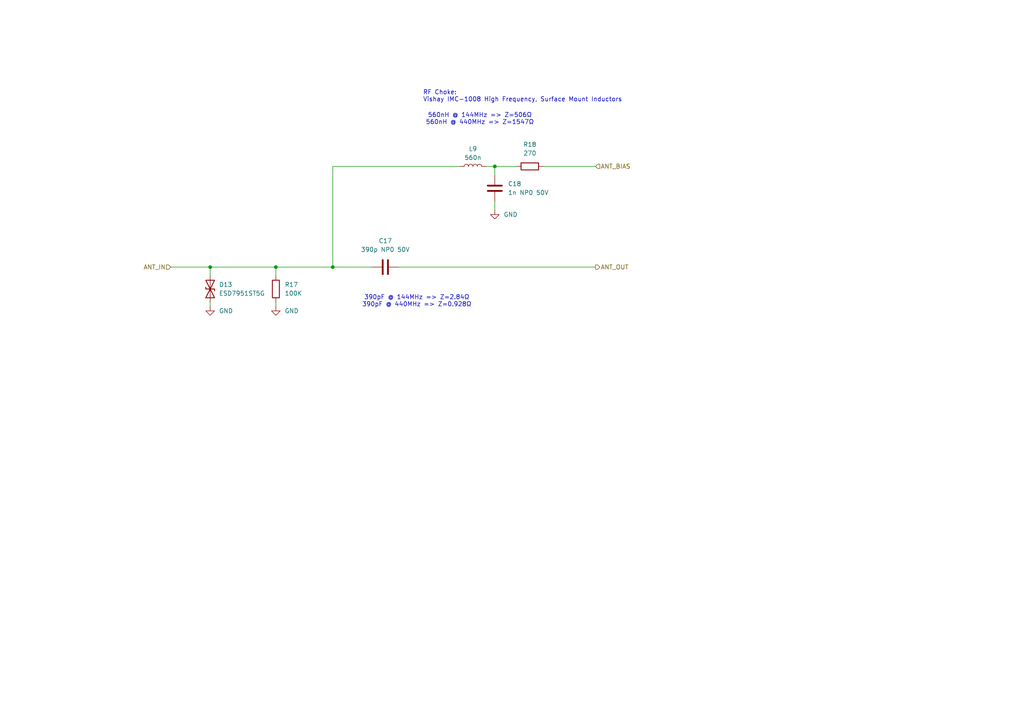
<source format=kicad_sch>
(kicad_sch (version 20250114) (generator "eeschema") (generator_version "9.0")
  (paper "A4")
  (lib_symbols
    (symbol "Device:C" (pin_numbers (hide yes)) (pin_names (offset 0.254))
      (property "Reference" "C" (at 0.635 2.54 0))
      (property "Value" "C" (at 0.635 -2.54 0))
      (symbol "C_0_1"
        (polyline (pts (xy -2.032 0.762) (xy 2.032 0.762)) (stroke (width 0.508)))
        (polyline (pts (xy -2.032 -0.762) (xy 2.032 -0.762)) (stroke (width 0.508)))
      )
      (symbol "C_1_1"
        (pin passive line (at 0 3.81 270) (length 2.794) (name "~") (number "1"))
        (pin passive line (at 0 -3.81 90) (length 2.794) (name "~") (number "2"))
      )
    )
    (symbol "Device:D_TVS" (pin_numbers (hide yes)) (pin_names (offset 1.016) (hide yes))
      (property "Reference" "D" (at 0 2.54 0))
      (property "Value" "D_TVS" (at 0 -2.54 0))
      (symbol "D_TVS_0_1"
        (polyline (pts (xy -2.54 1.27) (xy -2.54 -1.27) (xy 2.54 1.27) (xy 2.54 -1.27) (xy -2.54 1.27)) (stroke (width 0.254)))
        (polyline (pts (xy 0.508 1.27) (xy 0 1.27) (xy 0 -1.27) (xy -0.508 -1.27)) (stroke (width 0.254)))
        (polyline (pts (xy 1.27 0) (xy -1.27 0)))
      )
      (symbol "D_TVS_1_1"
        (pin passive line (at -3.81 0 0) (length 2.54) (name "A1") (number "1"))
        (pin passive line (at 3.81 0 180) (length 2.54) (name "A2") (number "2"))
      )
    )
    (symbol "Device:L" (pin_numbers (hide yes)) (pin_names (offset 1.016) (hide yes))
      (property "Reference" "L" (at -1.27 0 90))
      (property "Value" "L" (at 1.905 0 90))
      (symbol "L_0_1"
        (arc (start 0 2.54) (mid 0.6323 1.905) (end 0 1.27))
        (arc (start 0 1.27) (mid 0.6323 0.635) (end 0 0))
        (arc (start 0 0) (mid 0.6323 -0.635) (end 0 -1.27))
        (arc (start 0 -1.27) (mid 0.6323 -1.905) (end 0 -2.54))
      )
      (symbol "L_1_1"
        (pin passive line (at 0 3.81 270) (length 1.27) (name "1") (number "1"))
        (pin passive line (at 0 -3.81 90) (length 1.27) (name "2") (number "2"))
      )
    )
    (symbol "Device:R" (pin_numbers (hide yes)) (pin_names (offset 0))
      (property "Reference" "R" (at 2.032 0 90))
      (property "Value" "R" (at 0 0 90))
      (symbol "R_0_1"
        (rectangle (start -1.016 -2.54) (end 1.016 2.54) (stroke (width 0.254)))
      )
      (symbol "R_1_1"
        (pin passive line (at 0 3.81 270) (length 1.27) (name "~") (number "1"))
        (pin passive line (at 0 -3.81 90) (length 1.27) (name "~") (number "2"))
      )
    )
    (symbol "power:GND" (power) (pin_numbers (hide yes)) (pin_names (offset 0) (hide yes))
      (property "Value" "GND" (at 0 -3.81 0))
      (symbol "GND_0_1"
        (polyline (pts (xy 0 0) (xy 0 -1.27) (xy 1.27 -1.27) (xy 0 -2.54) (xy -1.27 -1.27) (xy 0 -1.27)))
      )
      (symbol "GND_1_1"
        (pin power_in line (at 0 0 270) (length 0) (name "~") (number "1"))
      )
    )
  )
  (text "RF Choke:\nVishay IMC-1008 High Frequency, Surface Mount Inductors\n\n" (at 122.682 31.75 0) (effects (font (size 1.27 1.27)) (justify left bottom)))
  (text "560nH @ 144MHz => Z=506Ω\n560nH @ 440MHz => Z=1547Ω\n" (at 139.192 34.544 0) (effects (font (size 1.27 1.27))))
  (text "\n390pF @ 144MHz => Z=2.84Ω\n390pF @ 440MHz => Z=0.928Ω" (at 120.904 86.36 0) (effects (font (size 1.27 1.27))))
  (junction (at 80.01 77.47))
  (junction (at 60.96 77.47))
  (junction (at 96.52 77.47))
  (junction (at 143.51 48.26))
  (wire (pts (xy 96.52 77.47) (xy 107.95 77.47)))
  (wire (pts (xy 140.97 48.26) (xy 143.51 48.26)))
  (wire (pts (xy 49.53 77.47) (xy 60.96 77.47)))
  (wire (pts (xy 143.51 48.26) (xy 143.51 50.8)))
  (wire (pts (xy 60.96 87.63) (xy 60.96 88.9)))
  (wire (pts (xy 80.01 87.63) (xy 80.01 88.9)))
  (wire (pts (xy 80.01 77.47) (xy 96.52 77.47)))
  (wire (pts (xy 96.52 48.26) (xy 96.52 77.47)))
  (wire (pts (xy 133.35 48.26) (xy 96.52 48.26)))
  (wire (pts (xy 115.57 77.47) (xy 172.72 77.47)))
  (wire (pts (xy 60.96 77.47) (xy 60.96 80.01)))
  (wire (pts (xy 60.96 77.47) (xy 80.01 77.47)))
  (wire (pts (xy 143.51 58.42) (xy 143.51 60.96)))
  (wire (pts (xy 143.51 48.26) (xy 149.86 48.26)))
  (wire (pts (xy 157.48 48.26) (xy 172.72 48.26)))
  (wire (pts (xy 80.01 77.47) (xy 80.01 80.01)))
  (hierarchical_label "ANT_OUT" (shape output) (at 172.72 77.47 0))
  (hierarchical_label "ANT_BIAS" (shape input) (at 172.72 48.26 0))
  (hierarchical_label "ANT_IN" (shape input) (at 49.53 77.47 180))
  (symbol (lib_id "Device:R") (at 80.01 83.82 0) (unit 1)
    (property "Reference" "R11" (at 82.55 82.5499 0) (effects (justify left)))
    (property "Value" "100K" (at 82.55 85.0899 0) (effects (justify left)))
    (property "Description" "Resistor" (effects (hide yes)))
    (instances (project "ddf_big_array_antsw" (path "" (reference "R17") (unit 1)) (path "" (reference "R13") (unit 1)) (path "" (reference "R11") (unit 1)) (path "" (reference "R15") (unit 1))))
  )
  (symbol (lib_id "Device:C") (at 143.51 54.61 0) (unit 1)
    (property "Reference" "C12" (at 147.32 53.3399 0) (effects (justify left)))
    (property "Value" "1n NP0 50V" (at 147.32 55.8799 0) (effects (justify left)))
    (property "Description" "Unpolarized capacitor" (effects (hide yes)))
    (instances (project "ddf_big_array_antsw" (path "" (reference "C18") (unit 1)) (path "" (reference "C14") (unit 1)) (path "" (reference "C12") (unit 1)) (path "" (reference "C16") (unit 1))))
  )
  (symbol (lib_id "Device:L") (at 137.16 48.26 90) (unit 1)
    (property "Reference" "L6" (at 137.16 43.18 90))
    (property "Value" "560n" (at 137.16 45.72 90))
    (property "Description" "Inductor" (effects (hide yes)))
    (instances (project "ddf_big_array_antsw" (path "" (reference "L9") (unit 1)) (path "" (reference "L7") (unit 1)) (path "" (reference "L6") (unit 1)) (path "" (reference "L8") (unit 1))))
  )
  (symbol (lib_id "power:GND") (at 143.51 60.96 0) (unit 1)
    (property "Reference" "#PWR019" (effects (hide yes)))
    (property "Value" "GND" (at 146.05 62.2299 0) (effects (justify left)))
    (property "Description" "Power symbol creates a global label with name \"GND\" , ground" (effects (hide yes)))
    (instances (project "ddf_big_array_antsw" (path "" (reference "#PWR030") (unit 1)) (path "" (reference "#PWR020") (unit 1)) (path "" (reference "#PWR019") (unit 1)) (path "" (reference "#PWR027") (unit 1))))
  )
  (symbol (lib_id "Device:R") (at 153.67 48.26 90) (unit 1)
    (property "Reference" "R12" (at 153.67 41.91 90))
    (property "Value" "270" (at 153.67 44.45 90))
    (property "Description" "Resistor" (effects (hide yes)))
    (instances (project "ddf_big_array_antsw" (path "" (reference "R18") (unit 1)) (path "" (reference "R14") (unit 1)) (path "" (reference "R12") (unit 1)) (path "" (reference "R16") (unit 1))))
  )
  (symbol (lib_id "Device:C") (at 111.76 77.47 90) (unit 1)
    (property "Reference" "C11" (at 111.76 69.85 90))
    (property "Value" "390p NP0 50V" (at 111.76 72.39 90))
    (property "Description" "Unpolarized capacitor" (effects (hide yes)))
    (instances (project "ddf_big_array_antsw" (path "" (reference "C17") (unit 1)) (path "" (reference "C13") (unit 1)) (path "" (reference "C11") (unit 1)) (path "" (reference "C15") (unit 1))))
  )
  (symbol (lib_id "power:GND") (at 80.01 88.9 0) (unit 1)
    (property "Reference" "#PWR022" (effects (hide yes)))
    (property "Value" "GND" (at 82.55 90.1699 0) (effects (justify left)))
    (property "Description" "Power symbol creates a global label with name \"GND\" , ground" (effects (hide yes)))
    (instances (project "ddf_big_array_antsw" (path "" (reference "#PWR029") (unit 1)) (path "" (reference "#PWR024") (unit 1)) (path "" (reference "#PWR022") (unit 1)) (path "" (reference "#PWR026") (unit 1))))
  )
  (symbol (lib_id "Device:D_TVS") (at 60.96 83.82 90) (unit 1)
    (property "Reference" "D10" (at 63.5 82.5499 90) (effects (justify right)))
    (property "Value" "ESD7951ST5G" (at 63.5 85.0899 90) (effects (justify right)))
    (property "Description" "Bidirectional transient-voltage-suppression diode" (effects (hide yes)))
    (instances (project "ddf_big_array_antsw" (path "" (reference "D13") (unit 1)) (path "" (reference "D11") (unit 1)) (path "" (reference "D10") (unit 1)) (path "" (reference "D12") (unit 1))))
  )
  (symbol (lib_id "power:GND") (at 60.96 88.9 0) (unit 1)
    (property "Reference" "#PWR021" (effects (hide yes)))
    (property "Value" "GND" (at 63.5 90.1699 0) (effects (justify left)))
    (property "Description" "Power symbol creates a global label with name \"GND\" , ground" (effects (hide yes)))
    (instances (project "ddf_big_array_antsw" (path "" (reference "#PWR028") (unit 1)) (path "" (reference "#PWR023") (unit 1)) (path "" (reference "#PWR021") (unit 1)) (path "" (reference "#PWR025") (unit 1))))
  )
)
</source>
